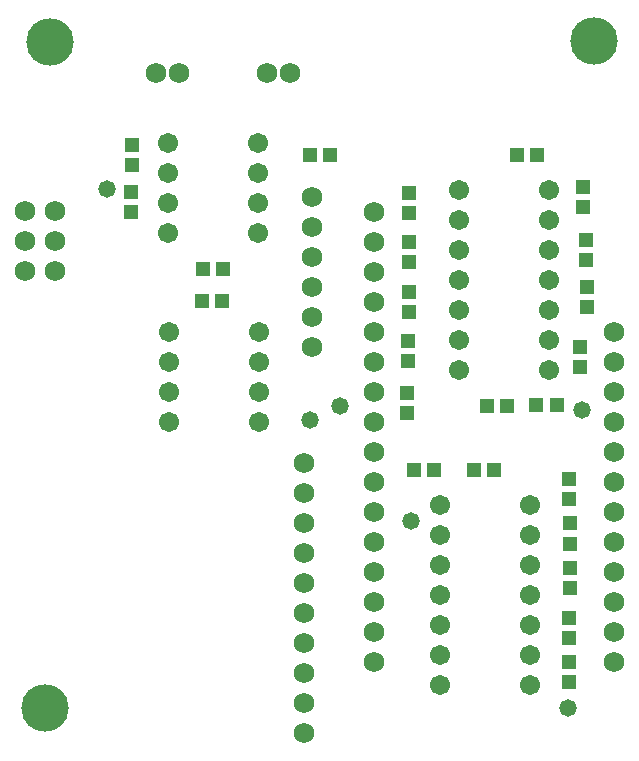
<source format=gts>
G04 Layer_Color=8388736*
%FSAX25Y25*%
%MOIN*%
G70*
G01*
G75*
%ADD17R,0.05131X0.04737*%
%ADD18R,0.04737X0.05131*%
%ADD19C,0.06800*%
%ADD20C,0.06706*%
%ADD21C,0.15800*%
%ADD22C,0.05800*%
D17*
X0259246Y0270500D02*
D03*
X0252554D02*
D03*
X0259447Y0281300D02*
D03*
X0252753D02*
D03*
X0295346Y0319100D02*
D03*
X0288653D02*
D03*
X0329946Y0214100D02*
D03*
X0323253D02*
D03*
X0349946Y0214200D02*
D03*
X0343253D02*
D03*
X0354246Y0235600D02*
D03*
X0347553D02*
D03*
X0364247Y0319100D02*
D03*
X0357554D02*
D03*
X0364054Y0235900D02*
D03*
X0370746D02*
D03*
D18*
X0229000Y0307047D02*
D03*
Y0300354D02*
D03*
X0374900Y0150247D02*
D03*
Y0143553D02*
D03*
X0375000Y0164847D02*
D03*
Y0158153D02*
D03*
X0375200Y0181746D02*
D03*
Y0175054D02*
D03*
X0375100Y0196447D02*
D03*
Y0189753D02*
D03*
X0375000Y0211146D02*
D03*
Y0204453D02*
D03*
X0321500Y0306747D02*
D03*
Y0300054D02*
D03*
X0321600Y0290247D02*
D03*
Y0283554D02*
D03*
X0321400Y0273746D02*
D03*
Y0267054D02*
D03*
X0321200Y0257347D02*
D03*
Y0250654D02*
D03*
X0320900Y0240047D02*
D03*
Y0233353D02*
D03*
X0379500Y0308646D02*
D03*
Y0301954D02*
D03*
X0378700Y0248654D02*
D03*
Y0255346D02*
D03*
X0380800Y0268653D02*
D03*
Y0275346D02*
D03*
X0380500Y0284254D02*
D03*
Y0290947D02*
D03*
X0229100Y0322646D02*
D03*
Y0315953D02*
D03*
D19*
X0286400Y0176700D02*
D03*
Y0186700D02*
D03*
Y0196700D02*
D03*
Y0206700D02*
D03*
Y0216700D02*
D03*
Y0166700D02*
D03*
Y0156700D02*
D03*
Y0146700D02*
D03*
Y0136700D02*
D03*
Y0126700D02*
D03*
X0389900Y0220300D02*
D03*
Y0210300D02*
D03*
Y0230300D02*
D03*
Y0190300D02*
D03*
Y0200300D02*
D03*
Y0260300D02*
D03*
Y0240300D02*
D03*
Y0250300D02*
D03*
Y0180300D02*
D03*
Y0150300D02*
D03*
Y0170300D02*
D03*
X0309900Y0180300D02*
D03*
Y0190300D02*
D03*
X0389900Y0160300D02*
D03*
X0309900Y0170300D02*
D03*
Y0300300D02*
D03*
Y0280300D02*
D03*
Y0290300D02*
D03*
Y0260300D02*
D03*
Y0270300D02*
D03*
Y0240300D02*
D03*
Y0250300D02*
D03*
Y0220300D02*
D03*
Y0230300D02*
D03*
Y0210300D02*
D03*
Y0200300D02*
D03*
Y0150300D02*
D03*
Y0160300D02*
D03*
X0203700Y0300500D02*
D03*
Y0290500D02*
D03*
Y0280500D02*
D03*
X0193700Y0300500D02*
D03*
Y0290500D02*
D03*
Y0280500D02*
D03*
X0289200Y0305200D02*
D03*
Y0295200D02*
D03*
Y0285200D02*
D03*
Y0275200D02*
D03*
Y0265200D02*
D03*
Y0255200D02*
D03*
X0282000Y0346500D02*
D03*
X0274100D02*
D03*
X0237100D02*
D03*
X0245000D02*
D03*
D20*
X0271400Y0260200D02*
D03*
Y0250200D02*
D03*
Y0240200D02*
D03*
Y0230200D02*
D03*
X0241400Y0260200D02*
D03*
Y0250200D02*
D03*
Y0240200D02*
D03*
Y0230200D02*
D03*
X0271100Y0303300D02*
D03*
Y0293300D02*
D03*
Y0323300D02*
D03*
Y0313300D02*
D03*
X0241100Y0323300D02*
D03*
Y0313300D02*
D03*
Y0303300D02*
D03*
Y0293300D02*
D03*
X0361800Y0162500D02*
D03*
Y0172500D02*
D03*
Y0152500D02*
D03*
Y0192500D02*
D03*
Y0202500D02*
D03*
Y0182500D02*
D03*
Y0142500D02*
D03*
X0331800Y0202500D02*
D03*
Y0192500D02*
D03*
Y0182500D02*
D03*
Y0172500D02*
D03*
Y0162500D02*
D03*
Y0152500D02*
D03*
Y0142500D02*
D03*
X0368200Y0307600D02*
D03*
Y0297600D02*
D03*
Y0287600D02*
D03*
Y0277600D02*
D03*
Y0267600D02*
D03*
Y0257600D02*
D03*
Y0247600D02*
D03*
X0338200D02*
D03*
Y0257600D02*
D03*
Y0267600D02*
D03*
Y0277600D02*
D03*
Y0287600D02*
D03*
Y0297600D02*
D03*
Y0307600D02*
D03*
D21*
X0200100Y0134900D02*
D03*
X0383200Y0357100D02*
D03*
X0201800Y0356800D02*
D03*
D22*
X0288600Y0230900D02*
D03*
X0374400Y0134800D02*
D03*
X0298700Y0235500D02*
D03*
X0379300Y0234300D02*
D03*
X0322300Y0197200D02*
D03*
X0220900Y0307800D02*
D03*
M02*

</source>
